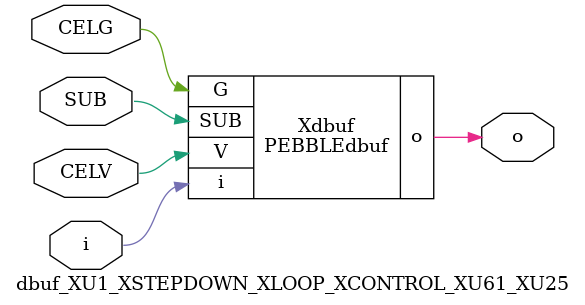
<source format=v>



module PEBBLEdbuf ( o, G, SUB, V, i );

  input V;
  input i;
  input G;
  output o;
  input SUB;
endmodule

//Celera Confidential Do Not Copy dbuf_XU1_XSTEPDOWN_XLOOP_XCONTROL_XU61_XU25
//Celera Confidential Symbol Generator
//Digital Buffer
module dbuf_XU1_XSTEPDOWN_XLOOP_XCONTROL_XU61_XU25 (CELV,CELG,i,o,SUB);
input CELV;
input CELG;
input i;
input SUB;
output o;

//Celera Confidential Do Not Copy dbuf
PEBBLEdbuf Xdbuf(
.V (CELV),
.i (i),
.o (o),
.SUB (SUB),
.G (CELG)
);
//,diesize,PEBBLEdbuf

//Celera Confidential Do Not Copy Module End
//Celera Schematic Generator
endmodule

</source>
